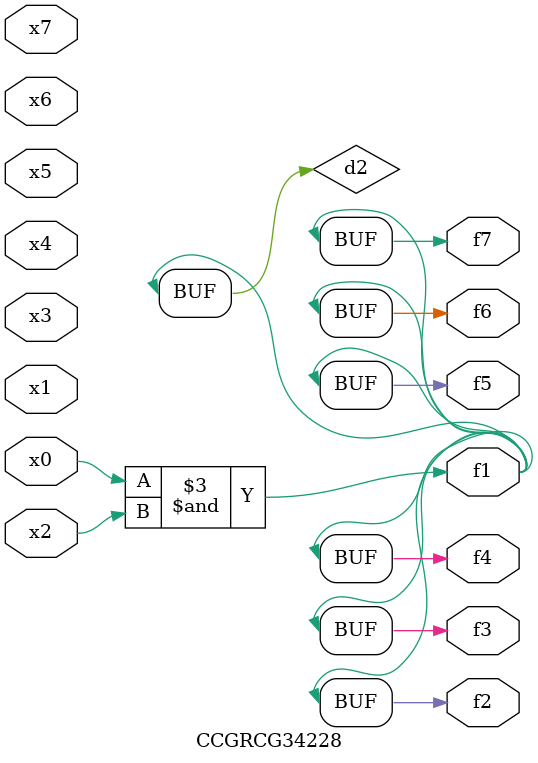
<source format=v>
module CCGRCG34228(
	input x0, x1, x2, x3, x4, x5, x6, x7,
	output f1, f2, f3, f4, f5, f6, f7
);

	wire d1, d2;

	nor (d1, x3, x6);
	and (d2, x0, x2);
	assign f1 = d2;
	assign f2 = d2;
	assign f3 = d2;
	assign f4 = d2;
	assign f5 = d2;
	assign f6 = d2;
	assign f7 = d2;
endmodule

</source>
